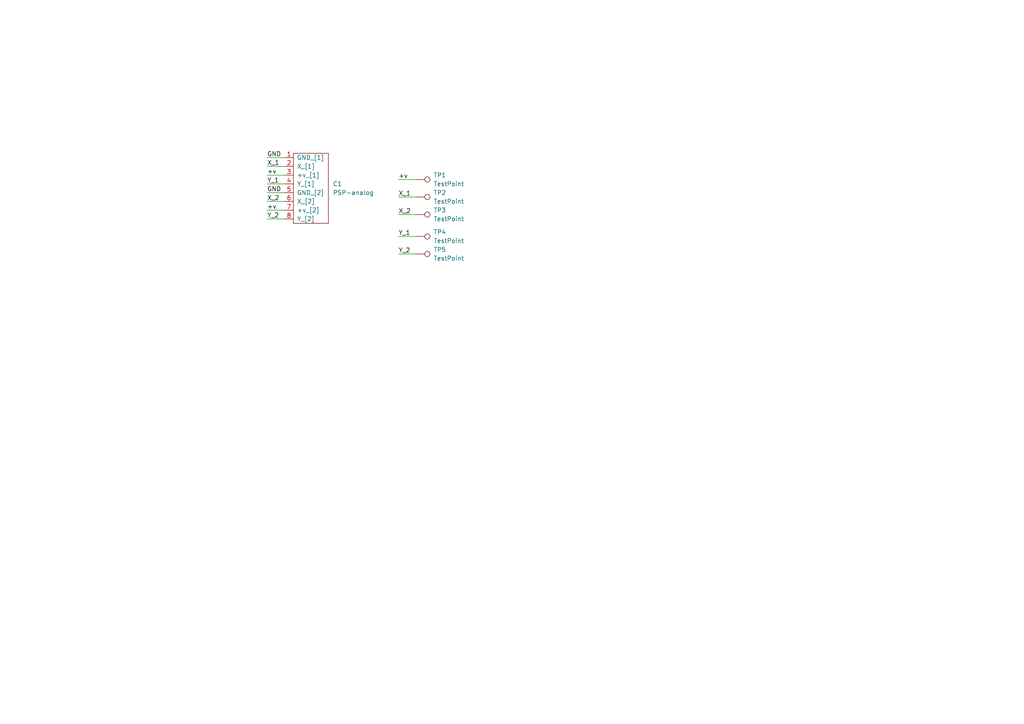
<source format=kicad_sch>
(kicad_sch (version 20211123) (generator eeschema)
  (paper "A4")
  (lib_symbols
    (symbol "Connector:TestPoint" (pin_numbers hide) (pin_names (offset 0.762) hide)
      (property "Reference" "TP" (at 0 6.858 0))
      (property "Value" "TestPoint" (at 0 5.08 0))
      (symbol "TestPoint_0_1"
        (circle (center 0 3.302) (radius 0.762))
      )
      (symbol "TestPoint_1_1"
        (pin passive line (at 0 0 90) (length 2.54) (name "1") (number "1"))
      )
    )
    (symbol "consolizer:PSP-analog" (pin_names (offset 1.016))
      (property "Reference" "C" (at 0 2.54 0))
      (property "Value" "PSP-analog" (at 0 5.08 0))
      (symbol "PSP-analog_0_1"
        (rectangle (start -2.54 -2.54) (end 7.62 -22.86))
      )
      (symbol "PSP-analog_1_1"
        (pin input line (at -5.08 -3.81 0) (length 2.54) (name "GND_[1]") (number "1"))
        (pin input line (at -5.08 -6.35 0) (length 2.54) (name "X_[1]") (number "2"))
        (pin input line (at -5.08 -8.89 0) (length 2.54) (name "+v_[1]") (number "3"))
        (pin input line (at -5.08 -11.43 0) (length 2.54) (name "Y_[1]") (number "4"))
        (pin input line (at -5.08 -13.97 0) (length 2.54) (name "GND_[2]") (number "5"))
        (pin input line (at -5.08 -16.51 0) (length 2.54) (name "X_[2]") (number "6"))
        (pin input line (at -5.08 -19.05 0) (length 2.54) (name "+v_[2]") (number "7"))
        (pin input line (at -5.08 -21.59 0) (length 2.54) (name "Y_[2]") (number "8"))
      )
    )
  )
  (wire (pts (xy 77.47 60.96) (xy 82.55 60.96)))
  (wire (pts (xy 77.47 53.34) (xy 82.55 53.34)))
  (wire (pts (xy 77.47 50.8) (xy 82.55 50.8)))
  (wire (pts (xy 77.47 58.42) (xy 82.55 58.42)))
  (wire (pts (xy 115.57 68.58) (xy 120.65 68.58)))
  (wire (pts (xy 115.57 62.23) (xy 120.65 62.23)))
  (wire (pts (xy 77.47 55.88) (xy 82.55 55.88)))
  (wire (pts (xy 77.47 63.5) (xy 82.55 63.5)))
  (wire (pts (xy 115.57 73.66) (xy 120.65 73.66)))
  (wire (pts (xy 115.57 52.07) (xy 120.65 52.07)))
  (wire (pts (xy 77.47 45.72) (xy 82.55 45.72)))
  (wire (pts (xy 115.57 57.15) (xy 120.65 57.15)))
  (wire (pts (xy 77.47 48.26) (xy 82.55 48.26)))
  (label "X_2" (at 115.57 62.23 0))
  (label "Y_1" (at 115.57 68.58 0))
  (label "X_1" (at 77.47 48.26 0))
  (label "+v" (at 115.57 52.07 0))
  (label "+v" (at 77.47 60.96 0))
  (label "GND" (at 77.47 55.88 0))
  (label "+v" (at 77.47 50.8 0))
  (label "GND" (at 77.47 45.72 0))
  (label "Y_1" (at 77.47 53.34 0))
  (label "X_2" (at 77.47 58.42 0))
  (label "Y_2" (at 77.47 63.5 0))
  (label "Y_2" (at 115.57 73.66 0))
  (label "X_1" (at 115.57 57.15 0))
  (symbol (lib_id "Connector:TestPoint") (at 120.65 68.58 270) (unit 1)
    (property "Reference" "TP4" (at 125.73 67.3099 90) (effects (justify left)))
    (property "Value" "TestPoint" (at 125.73 69.8499 90) (effects (justify left)))
    (property "Footprint" "TestPoint:TestPoint_Pad_1.0x1.0mm" (effects hide))
  )
  (symbol (lib_id "consolizer:PSP-analog") (at 87.63 41.91 0) (unit 1)
    (property "Reference" "C1" (at 96.52 53.3399 0) (effects (justify left)))
    (property "Value" "PSP-analog" (at 96.52 55.8799 0) (effects (justify left)))
    (property "Footprint" "consolizer:PSP-analog" (effects hide))
  )
  (symbol (lib_id "Connector:TestPoint") (at 120.65 62.23 270) (unit 1)
    (property "Reference" "TP3" (at 125.73 60.9599 90) (effects (justify left)))
    (property "Value" "TestPoint" (at 125.73 63.4999 90) (effects (justify left)))
    (property "Footprint" "TestPoint:TestPoint_Pad_1.0x1.0mm" (effects hide))
  )
  (symbol (lib_id "Connector:TestPoint") (at 120.65 73.66 270) (unit 1)
    (property "Reference" "TP5" (at 125.73 72.3899 90) (effects (justify left)))
    (property "Value" "TestPoint" (at 125.73 74.9299 90) (effects (justify left)))
    (property "Footprint" "TestPoint:TestPoint_Pad_1.0x1.0mm" (effects hide))
  )
  (symbol (lib_id "Connector:TestPoint") (at 120.65 52.07 270) (unit 1)
    (property "Reference" "TP1" (at 125.73 50.7999 90) (effects (justify left)))
    (property "Value" "TestPoint" (at 125.73 53.3399 90) (effects (justify left)))
    (property "Footprint" "TestPoint:TestPoint_Pad_1.0x1.0mm" (effects hide))
  )
  (symbol (lib_id "Connector:TestPoint") (at 120.65 57.15 270) (unit 1)
    (property "Reference" "TP2" (at 125.73 55.8799 90) (effects (justify left)))
    (property "Value" "TestPoint" (at 125.73 58.4199 90) (effects (justify left)))
    (property "Footprint" "TestPoint:TestPoint_Pad_1.0x1.0mm" (effects hide))
  )
)
</source>
